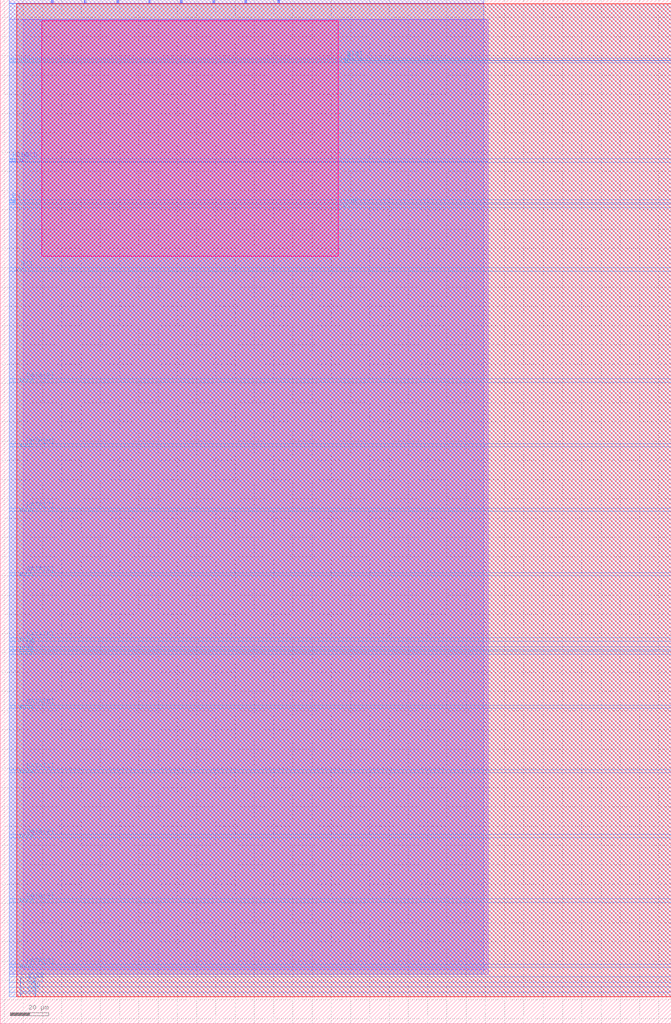
<source format=lef>
VERSION 5.7 ;
  NOWIREEXTENSIONATPIN ON ;
  DIVIDERCHAR "/" ;
  BUSBITCHARS "[]" ;
MACRO EF_ADCS1008NC
  CLASS BLOCK ;
  FOREIGN EF_ADCS1008NC ;
  ORIGIN -28.140 -1837.465 ;
  SIZE 348.430 BY 531.590 ;
  PIN B[0]
    ANTENNAGATEAREA 0.495000 ;
    PORT
      LAYER met3 ;
        RECT 207.260 2338.105 208.800 2338.405 ;
    END
  END B[0]
  PIN B[1]
    ANTENNAGATEAREA 0.495000 ;
    PORT
      LAYER met3 ;
        RECT 207.250 2337.415 208.790 2337.715 ;
    END
  END B[1]
  PIN B[2]
    ANTENNAGATEAREA 0.213000 ;
    PORT
      LAYER met3 ;
        RECT 207.270 2336.745 208.810 2337.045 ;
    END
  END B[2]
  PIN VIN[0]
    ANTENNADIFFAREA 2.610000 ;
    PORT
      LAYER met2 ;
        RECT 172.510 2367.515 172.965 2369.005 ;
    END
  END VIN[0]
  PIN VIN[1]
    ANTENNADIFFAREA 2.610000 ;
    PORT
      LAYER met2 ;
        RECT 155.290 2367.515 155.770 2369.025 ;
    END
  END VIN[1]
  PIN VIN[2]
    ANTENNADIFFAREA 2.610000 ;
    PORT
      LAYER met2 ;
        RECT 138.770 2367.535 139.250 2369.045 ;
    END
  END VIN[2]
  PIN VIN[3]
    ANTENNADIFFAREA 2.610000 ;
    PORT
      LAYER met2 ;
        RECT 121.890 2367.555 122.350 2369.035 ;
    END
  END VIN[3]
  PIN VIN[4]
    ANTENNADIFFAREA 2.610000 ;
    PORT
      LAYER met2 ;
        RECT 105.340 2367.525 105.800 2369.005 ;
    END
  END VIN[4]
  PIN VIN[5]
    ANTENNADIFFAREA 2.610000 ;
    PORT
      LAYER met2 ;
        RECT 88.820 2367.535 89.280 2369.015 ;
    END
  END VIN[5]
  PIN VIN[6]
    ANTENNADIFFAREA 2.610000 ;
    PORT
      LAYER met2 ;
        RECT 71.830 2367.535 72.290 2369.015 ;
    END
  END VIN[6]
  PIN VIN[7]
    ANTENNADIFFAREA 2.610000 ;
    PORT
      LAYER met2 ;
        RECT 54.840 2367.555 55.300 2369.035 ;
    END
  END VIN[7]
  PIN HOLD
    ANTENNAGATEAREA 0.252000 ;
    ANTENNADIFFAREA 0.360000 ;
    PORT
      LAYER met1 ;
        RECT 38.570 2285.280 39.570 2286.280 ;
    END
    PORT
      LAYER met3 ;
        RECT 32.710 2285.295 35.860 2286.305 ;
    END
  END HOLD
  PIN CMP
    ANTENNADIFFAREA 0.492900 ;
    PORT
      LAYER met3 ;
        RECT 206.690 2261.575 208.760 2262.565 ;
    END
  END CMP
  PIN DATA[9]
    ANTENNAGATEAREA 2.502000 ;
    PORT
      LAYER met3 ;
        RECT 38.720 2171.045 44.480 2171.925 ;
    END
  END DATA[9]
  PIN DATA[8]
    ANTENNAGATEAREA 2.502000 ;
    PORT
      LAYER met3 ;
        RECT 38.740 2137.415 44.500 2138.295 ;
    END
  END DATA[8]
  PIN DATA[7]
    ANTENNAGATEAREA 2.502000 ;
    PORT
      LAYER met3 ;
        RECT 38.700 2103.835 44.460 2104.715 ;
    END
  END DATA[7]
  PIN DATA[6]
    ANTENNAGATEAREA 2.502000 ;
    PORT
      LAYER met3 ;
        RECT 38.760 2070.365 44.520 2071.245 ;
    END
  END DATA[6]
  PIN DATA[5]
    ANTENNAGATEAREA 2.502000 ;
    PORT
      LAYER met3 ;
        RECT 38.780 2036.515 44.540 2037.395 ;
    END
  END DATA[5]
  PIN DATA[0]
    ANTENNAGATEAREA 2.502000 ;
    PORT
      LAYER met3 ;
        RECT 38.720 2001.585 44.480 2002.465 ;
    END
  END DATA[0]
  PIN DATA[1]
    ANTENNAGATEAREA 2.502000 ;
    PORT
      LAYER met3 ;
        RECT 38.760 1968.055 44.520 1968.935 ;
    END
  END DATA[1]
  PIN DATA[2]
    ANTENNAGATEAREA 2.502000 ;
    PORT
      LAYER met3 ;
        RECT 38.740 1934.455 44.500 1935.335 ;
    END
  END DATA[2]
  PIN DATA[3]
    ANTENNAGATEAREA 2.502000 ;
    PORT
      LAYER met3 ;
        RECT 38.700 1900.945 44.460 1901.825 ;
    END
  END DATA[3]
  PIN DATA[4]
    ANTENNAGATEAREA 2.502000 ;
    PORT
      LAYER met3 ;
        RECT 38.720 1867.055 44.480 1867.935 ;
    END
  END DATA[4]
  PIN VH
    ANTENNADIFFAREA 26.099998 ;
    PORT
      LAYER met3 ;
        RECT 38.720 2031.955 44.480 2032.835 ;
    END
  END VH
  PIN VL
    ANTENNADIFFAREA 26.099998 ;
    PORT
      LAYER met3 ;
        RECT 38.670 2029.625 44.430 2030.505 ;
    END
  END VL
  PIN RST
    ANTENNAGATEAREA 0.504000 ;
    PORT
      LAYER met3 ;
        RECT 36.720 2228.595 40.820 2229.605 ;
    END
  END RST
  PIN DVDD
    ANTENNAGATEAREA 47.261497 ;
    ANTENNADIFFAREA 93.596451 ;
    PORT
      LAYER met3 ;
        RECT 38.760 1859.355 45.950 1861.345 ;
    END
  END DVDD
  PIN DVSS
    ANTENNAGATEAREA 74.759102 ;
    ANTENNADIFFAREA 1023.766663 ;
    PORT
      LAYER met3 ;
        RECT 38.730 1856.685 45.920 1858.675 ;
    END
  END DVSS
  PIN VSS
    ANTENNAGATEAREA 130.500000 ;
    ANTENNADIFFAREA 621.362671 ;
    PORT
      LAYER met3 ;
        RECT 38.720 1851.465 46.130 1853.365 ;
    END
  END VSS
  PIN VDD
    ANTENNAGATEAREA 100.000000 ;
    ANTENNADIFFAREA 2509.495605 ;
    PORT
      LAYER met3 ;
        RECT 38.840 1854.225 46.140 1856.165 ;
    END
  END VDD
  PIN EN
    ANTENNAGATEAREA 1.752000 ;
    ANTENNADIFFAREA 1.080000 ;
    PORT
      LAYER met3 ;
        RECT 32.710 2264.065 35.500 2264.995 ;
    END
  END EN
  OBS
      LAYER li1 ;
        RECT 39.935 1865.505 280.620 2358.820 ;
      LAYER met1 ;
        RECT 32.755 2286.560 281.315 2359.025 ;
        RECT 32.755 2285.000 38.290 2286.560 ;
        RECT 39.850 2285.000 281.315 2286.560 ;
        RECT 32.755 1863.190 281.315 2285.000 ;
      LAYER met2 ;
        RECT 32.710 2367.275 54.560 2369.055 ;
        RECT 55.580 2367.275 71.550 2369.055 ;
        RECT 32.710 2367.255 71.550 2367.275 ;
        RECT 72.570 2367.255 88.540 2369.055 ;
        RECT 89.560 2367.255 105.060 2369.055 ;
        RECT 32.710 2367.245 105.060 2367.255 ;
        RECT 106.080 2367.275 121.610 2369.055 ;
        RECT 122.630 2367.275 138.490 2369.055 ;
        RECT 106.080 2367.255 138.490 2367.275 ;
        RECT 139.530 2367.255 155.010 2369.055 ;
        RECT 106.080 2367.245 155.010 2367.255 ;
        RECT 32.710 2367.235 155.010 2367.245 ;
        RECT 156.050 2367.235 172.230 2369.055 ;
        RECT 173.245 2367.235 279.000 2369.055 ;
        RECT 32.710 1863.190 279.000 2367.235 ;
      LAYER met3 ;
        RECT 32.700 2338.805 376.570 2367.025 ;
        RECT 32.700 2338.115 206.860 2338.805 ;
        RECT 32.700 2337.015 206.850 2338.115 ;
        RECT 209.200 2337.705 376.570 2338.805 ;
        RECT 209.190 2337.445 376.570 2337.705 ;
        RECT 32.700 2336.345 206.870 2337.015 ;
        RECT 209.210 2336.345 376.570 2337.445 ;
        RECT 32.700 2286.705 376.570 2336.345 ;
        RECT 36.260 2284.895 376.570 2286.705 ;
        RECT 32.700 2265.395 376.570 2284.895 ;
        RECT 35.900 2263.665 376.570 2265.395 ;
        RECT 32.700 2262.965 376.570 2263.665 ;
        RECT 32.700 2261.175 206.290 2262.965 ;
        RECT 209.160 2261.175 376.570 2262.965 ;
        RECT 32.700 2230.005 376.570 2261.175 ;
        RECT 32.700 2228.195 36.320 2230.005 ;
        RECT 41.220 2228.195 376.570 2230.005 ;
        RECT 32.700 2172.325 376.570 2228.195 ;
        RECT 32.700 2170.645 38.320 2172.325 ;
        RECT 44.880 2170.645 376.570 2172.325 ;
        RECT 32.700 2138.695 376.570 2170.645 ;
        RECT 32.700 2137.015 38.340 2138.695 ;
        RECT 44.900 2137.015 376.570 2138.695 ;
        RECT 32.700 2105.115 376.570 2137.015 ;
        RECT 32.700 2103.435 38.300 2105.115 ;
        RECT 44.860 2103.435 376.570 2105.115 ;
        RECT 32.700 2071.645 376.570 2103.435 ;
        RECT 32.700 2069.965 38.360 2071.645 ;
        RECT 44.920 2069.965 376.570 2071.645 ;
        RECT 32.700 2037.795 376.570 2069.965 ;
        RECT 32.700 2036.115 38.380 2037.795 ;
        RECT 44.940 2036.115 376.570 2037.795 ;
        RECT 32.700 2033.235 376.570 2036.115 ;
        RECT 32.700 2031.555 38.320 2033.235 ;
        RECT 44.880 2031.555 376.570 2033.235 ;
        RECT 32.700 2030.905 376.570 2031.555 ;
        RECT 32.700 2029.225 38.270 2030.905 ;
        RECT 44.830 2029.225 376.570 2030.905 ;
        RECT 32.700 2002.865 376.570 2029.225 ;
        RECT 32.700 2001.185 38.320 2002.865 ;
        RECT 44.880 2001.185 376.570 2002.865 ;
        RECT 32.700 1969.335 376.570 2001.185 ;
        RECT 32.700 1967.655 38.360 1969.335 ;
        RECT 44.920 1967.655 376.570 1969.335 ;
        RECT 32.700 1935.735 376.570 1967.655 ;
        RECT 32.700 1934.055 38.340 1935.735 ;
        RECT 44.900 1934.055 376.570 1935.735 ;
        RECT 32.700 1902.225 376.570 1934.055 ;
        RECT 32.700 1900.545 38.300 1902.225 ;
        RECT 44.860 1900.545 376.570 1902.225 ;
        RECT 32.700 1868.335 376.570 1900.545 ;
        RECT 32.700 1866.655 38.320 1868.335 ;
        RECT 44.880 1866.655 376.570 1868.335 ;
        RECT 32.700 1861.745 376.570 1866.655 ;
        RECT 32.700 1859.075 38.360 1861.745 ;
        RECT 32.700 1856.285 38.330 1859.075 ;
        RECT 46.350 1858.955 376.570 1861.745 ;
        RECT 46.320 1856.565 376.570 1858.955 ;
        RECT 32.700 1853.825 38.440 1856.285 ;
        RECT 46.540 1853.825 376.570 1856.565 ;
        RECT 32.700 1853.765 376.570 1853.825 ;
        RECT 32.700 1851.430 38.320 1853.765 ;
        RECT 46.530 1851.430 376.570 1853.765 ;
      LAYER met4 ;
        RECT 36.580 1851.430 376.400 2367.025 ;
      LAYER met5 ;
        RECT 49.645 2235.910 203.675 2358.340 ;
  END
END EF_ADCS1008NC
END LIBRARY


</source>
